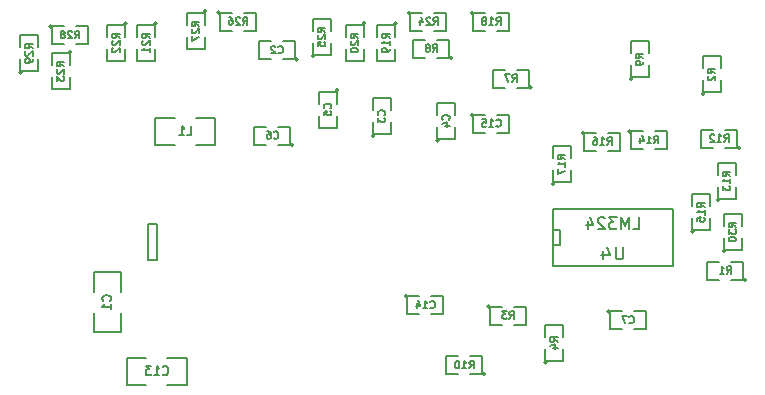
<source format=gbo>
G04 (created by PCBNEW (2013-07-07 BZR 4022)-stable) date 10/09/2014 21:53:45*
%MOIN*%
G04 Gerber Fmt 3.4, Leading zero omitted, Abs format*
%FSLAX34Y34*%
G01*
G70*
G90*
G04 APERTURE LIST*
%ADD10C,0.00393701*%
%ADD11C,0.005*%
%ADD12C,0.008*%
G04 APERTURE END LIST*
G54D10*
G54D11*
X72400Y-42350D02*
G75*
G03X72400Y-42350I-50J0D01*
G74*
G01*
X72800Y-42350D02*
X72400Y-42350D01*
X72400Y-42350D02*
X72400Y-42950D01*
X72400Y-42950D02*
X72800Y-42950D01*
X73200Y-42950D02*
X73600Y-42950D01*
X73600Y-42950D02*
X73600Y-42350D01*
X73600Y-42350D02*
X73200Y-42350D01*
X79550Y-35250D02*
G75*
G03X79550Y-35250I-50J0D01*
G74*
G01*
X79500Y-34800D02*
X79500Y-35200D01*
X79500Y-35200D02*
X80100Y-35200D01*
X80100Y-35200D02*
X80100Y-34800D01*
X80100Y-34400D02*
X80100Y-34000D01*
X80100Y-34000D02*
X79500Y-34000D01*
X79500Y-34000D02*
X79500Y-34400D01*
X80950Y-41450D02*
G75*
G03X80950Y-41450I-50J0D01*
G74*
G01*
X80450Y-41450D02*
X80850Y-41450D01*
X80850Y-41450D02*
X80850Y-40850D01*
X80850Y-40850D02*
X80450Y-40850D01*
X80050Y-40850D02*
X79650Y-40850D01*
X79650Y-40850D02*
X79650Y-41450D01*
X79650Y-41450D02*
X80050Y-41450D01*
X65850Y-36950D02*
G75*
G03X65850Y-36950I-50J0D01*
G74*
G01*
X65350Y-36950D02*
X65750Y-36950D01*
X65750Y-36950D02*
X65750Y-36350D01*
X65750Y-36350D02*
X65350Y-36350D01*
X64950Y-36350D02*
X64550Y-36350D01*
X64550Y-36350D02*
X64550Y-36950D01*
X64550Y-36950D02*
X64950Y-36950D01*
X67350Y-35125D02*
G75*
G03X67350Y-35125I-50J0D01*
G74*
G01*
X67300Y-35575D02*
X67300Y-35175D01*
X67300Y-35175D02*
X66700Y-35175D01*
X66700Y-35175D02*
X66700Y-35575D01*
X66700Y-35975D02*
X66700Y-36375D01*
X66700Y-36375D02*
X67300Y-36375D01*
X67300Y-36375D02*
X67300Y-35975D01*
X70700Y-36800D02*
G75*
G03X70700Y-36800I-50J0D01*
G74*
G01*
X70650Y-36350D02*
X70650Y-36750D01*
X70650Y-36750D02*
X71250Y-36750D01*
X71250Y-36750D02*
X71250Y-36350D01*
X71250Y-35950D02*
X71250Y-35550D01*
X71250Y-35550D02*
X70650Y-35550D01*
X70650Y-35550D02*
X70650Y-35950D01*
X68550Y-36650D02*
G75*
G03X68550Y-36650I-50J0D01*
G74*
G01*
X68500Y-36200D02*
X68500Y-36600D01*
X68500Y-36600D02*
X69100Y-36600D01*
X69100Y-36600D02*
X69100Y-36200D01*
X69100Y-35800D02*
X69100Y-35400D01*
X69100Y-35400D02*
X68500Y-35400D01*
X68500Y-35400D02*
X68500Y-35800D01*
X66000Y-34100D02*
G75*
G03X66000Y-34100I-50J0D01*
G74*
G01*
X65500Y-34100D02*
X65900Y-34100D01*
X65900Y-34100D02*
X65900Y-33500D01*
X65900Y-33500D02*
X65500Y-33500D01*
X65100Y-33500D02*
X64700Y-33500D01*
X64700Y-33500D02*
X64700Y-34100D01*
X64700Y-34100D02*
X65100Y-34100D01*
X63250Y-36050D02*
X63250Y-36950D01*
X63250Y-36950D02*
X62600Y-36950D01*
X61900Y-36050D02*
X61250Y-36050D01*
X61250Y-36050D02*
X61250Y-36950D01*
X61250Y-36950D02*
X61900Y-36950D01*
X62600Y-36050D02*
X63250Y-36050D01*
X60100Y-43200D02*
X59200Y-43200D01*
X59200Y-43200D02*
X59200Y-42550D01*
X60100Y-41850D02*
X60100Y-41200D01*
X60100Y-41200D02*
X59200Y-41200D01*
X59200Y-41200D02*
X59200Y-41850D01*
X60100Y-42550D02*
X60100Y-43200D01*
X76400Y-42500D02*
G75*
G03X76400Y-42500I-50J0D01*
G74*
G01*
X76800Y-42500D02*
X76400Y-42500D01*
X76400Y-42500D02*
X76400Y-43100D01*
X76400Y-43100D02*
X76800Y-43100D01*
X77200Y-43100D02*
X77600Y-43100D01*
X77600Y-43100D02*
X77600Y-42500D01*
X77600Y-42500D02*
X77200Y-42500D01*
G54D12*
X78500Y-41000D02*
X78500Y-39100D01*
X78500Y-39100D02*
X74500Y-39100D01*
X74500Y-39100D02*
X74500Y-41000D01*
X74500Y-41000D02*
X78500Y-41000D01*
X74500Y-40300D02*
X74750Y-40300D01*
X74750Y-40300D02*
X74750Y-39800D01*
X74750Y-39800D02*
X74500Y-39800D01*
G54D11*
X61000Y-39600D02*
X61000Y-40800D01*
X61000Y-40800D02*
X61300Y-40800D01*
X61300Y-40800D02*
X61300Y-39600D01*
X61300Y-39600D02*
X61000Y-39600D01*
X80050Y-38800D02*
G75*
G03X80050Y-38800I-50J0D01*
G74*
G01*
X80000Y-38350D02*
X80000Y-38750D01*
X80000Y-38750D02*
X80600Y-38750D01*
X80600Y-38750D02*
X80600Y-38350D01*
X80600Y-37950D02*
X80600Y-37550D01*
X80600Y-37550D02*
X80000Y-37550D01*
X80000Y-37550D02*
X80000Y-37950D01*
X80750Y-37050D02*
G75*
G03X80750Y-37050I-50J0D01*
G74*
G01*
X80250Y-37050D02*
X80650Y-37050D01*
X80650Y-37050D02*
X80650Y-36450D01*
X80650Y-36450D02*
X80250Y-36450D01*
X79850Y-36450D02*
X79450Y-36450D01*
X79450Y-36450D02*
X79450Y-37050D01*
X79450Y-37050D02*
X79850Y-37050D01*
X72250Y-44600D02*
G75*
G03X72250Y-44600I-50J0D01*
G74*
G01*
X71750Y-44600D02*
X72150Y-44600D01*
X72150Y-44600D02*
X72150Y-44000D01*
X72150Y-44000D02*
X71750Y-44000D01*
X71350Y-44000D02*
X70950Y-44000D01*
X70950Y-44000D02*
X70950Y-44600D01*
X70950Y-44600D02*
X71350Y-44600D01*
X77150Y-34750D02*
G75*
G03X77150Y-34750I-50J0D01*
G74*
G01*
X77100Y-34300D02*
X77100Y-34700D01*
X77100Y-34700D02*
X77700Y-34700D01*
X77700Y-34700D02*
X77700Y-34300D01*
X77700Y-33900D02*
X77700Y-33500D01*
X77700Y-33500D02*
X77100Y-33500D01*
X77100Y-33500D02*
X77100Y-33900D01*
X71150Y-34050D02*
G75*
G03X71150Y-34050I-50J0D01*
G74*
G01*
X70650Y-34050D02*
X71050Y-34050D01*
X71050Y-34050D02*
X71050Y-33450D01*
X71050Y-33450D02*
X70650Y-33450D01*
X70250Y-33450D02*
X69850Y-33450D01*
X69850Y-33450D02*
X69850Y-34050D01*
X69850Y-34050D02*
X70250Y-34050D01*
X73800Y-35050D02*
G75*
G03X73800Y-35050I-50J0D01*
G74*
G01*
X73300Y-35050D02*
X73700Y-35050D01*
X73700Y-35050D02*
X73700Y-34450D01*
X73700Y-34450D02*
X73300Y-34450D01*
X72900Y-34450D02*
X72500Y-34450D01*
X72500Y-34450D02*
X72500Y-35050D01*
X72500Y-35050D02*
X72900Y-35050D01*
X74300Y-44200D02*
G75*
G03X74300Y-44200I-50J0D01*
G74*
G01*
X74250Y-43750D02*
X74250Y-44150D01*
X74250Y-44150D02*
X74850Y-44150D01*
X74850Y-44150D02*
X74850Y-43750D01*
X74850Y-43350D02*
X74850Y-42950D01*
X74850Y-42950D02*
X74250Y-42950D01*
X74250Y-42950D02*
X74250Y-43350D01*
X60300Y-44950D02*
X60300Y-44050D01*
X60300Y-44050D02*
X60950Y-44050D01*
X61650Y-44950D02*
X62300Y-44950D01*
X62300Y-44950D02*
X62300Y-44050D01*
X62300Y-44050D02*
X61650Y-44050D01*
X60950Y-44950D02*
X60300Y-44950D01*
X56800Y-34550D02*
G75*
G03X56800Y-34550I-50J0D01*
G74*
G01*
X56750Y-34100D02*
X56750Y-34500D01*
X56750Y-34500D02*
X57350Y-34500D01*
X57350Y-34500D02*
X57350Y-34100D01*
X57350Y-33700D02*
X57350Y-33300D01*
X57350Y-33300D02*
X56750Y-33300D01*
X56750Y-33300D02*
X56750Y-33700D01*
X57800Y-33000D02*
G75*
G03X57800Y-33000I-50J0D01*
G74*
G01*
X58200Y-33000D02*
X57800Y-33000D01*
X57800Y-33000D02*
X57800Y-33600D01*
X57800Y-33600D02*
X58200Y-33600D01*
X58600Y-33600D02*
X59000Y-33600D01*
X59000Y-33600D02*
X59000Y-33000D01*
X59000Y-33000D02*
X58600Y-33000D01*
X62950Y-32500D02*
G75*
G03X62950Y-32500I-50J0D01*
G74*
G01*
X62900Y-32950D02*
X62900Y-32550D01*
X62900Y-32550D02*
X62300Y-32550D01*
X62300Y-32550D02*
X62300Y-32950D01*
X62300Y-33350D02*
X62300Y-33750D01*
X62300Y-33750D02*
X62900Y-33750D01*
X62900Y-33750D02*
X62900Y-33350D01*
X63400Y-32550D02*
G75*
G03X63400Y-32550I-50J0D01*
G74*
G01*
X63800Y-32550D02*
X63400Y-32550D01*
X63400Y-32550D02*
X63400Y-33150D01*
X63400Y-33150D02*
X63800Y-33150D01*
X64200Y-33150D02*
X64600Y-33150D01*
X64600Y-33150D02*
X64600Y-32550D01*
X64600Y-32550D02*
X64200Y-32550D01*
X66550Y-34000D02*
G75*
G03X66550Y-34000I-50J0D01*
G74*
G01*
X66500Y-33550D02*
X66500Y-33950D01*
X66500Y-33950D02*
X67100Y-33950D01*
X67100Y-33950D02*
X67100Y-33550D01*
X67100Y-33150D02*
X67100Y-32750D01*
X67100Y-32750D02*
X66500Y-32750D01*
X66500Y-32750D02*
X66500Y-33150D01*
X69750Y-32550D02*
G75*
G03X69750Y-32550I-50J0D01*
G74*
G01*
X70150Y-32550D02*
X69750Y-32550D01*
X69750Y-32550D02*
X69750Y-33150D01*
X69750Y-33150D02*
X70150Y-33150D01*
X70550Y-33150D02*
X70950Y-33150D01*
X70950Y-33150D02*
X70950Y-32550D01*
X70950Y-32550D02*
X70550Y-32550D01*
X58450Y-33850D02*
G75*
G03X58450Y-33850I-50J0D01*
G74*
G01*
X58400Y-34300D02*
X58400Y-33900D01*
X58400Y-33900D02*
X57800Y-33900D01*
X57800Y-33900D02*
X57800Y-34300D01*
X57800Y-34700D02*
X57800Y-35100D01*
X57800Y-35100D02*
X58400Y-35100D01*
X58400Y-35100D02*
X58400Y-34700D01*
X60300Y-32900D02*
G75*
G03X60300Y-32900I-50J0D01*
G74*
G01*
X60250Y-33350D02*
X60250Y-32950D01*
X60250Y-32950D02*
X59650Y-32950D01*
X59650Y-32950D02*
X59650Y-33350D01*
X59650Y-33750D02*
X59650Y-34150D01*
X59650Y-34150D02*
X60250Y-34150D01*
X60250Y-34150D02*
X60250Y-33750D01*
X61300Y-32900D02*
G75*
G03X61300Y-32900I-50J0D01*
G74*
G01*
X61250Y-33350D02*
X61250Y-32950D01*
X61250Y-32950D02*
X60650Y-32950D01*
X60650Y-32950D02*
X60650Y-33350D01*
X60650Y-33750D02*
X60650Y-34150D01*
X60650Y-34150D02*
X61250Y-34150D01*
X61250Y-34150D02*
X61250Y-33750D01*
X68250Y-32900D02*
G75*
G03X68250Y-32900I-50J0D01*
G74*
G01*
X68200Y-33350D02*
X68200Y-32950D01*
X68200Y-32950D02*
X67600Y-32950D01*
X67600Y-32950D02*
X67600Y-33350D01*
X67600Y-33750D02*
X67600Y-34150D01*
X67600Y-34150D02*
X68200Y-34150D01*
X68200Y-34150D02*
X68200Y-33750D01*
X69300Y-32900D02*
G75*
G03X69300Y-32900I-50J0D01*
G74*
G01*
X69250Y-33350D02*
X69250Y-32950D01*
X69250Y-32950D02*
X68650Y-32950D01*
X68650Y-32950D02*
X68650Y-33350D01*
X68650Y-33750D02*
X68650Y-34150D01*
X68650Y-34150D02*
X69250Y-34150D01*
X69250Y-34150D02*
X69250Y-33750D01*
X71850Y-32550D02*
G75*
G03X71850Y-32550I-50J0D01*
G74*
G01*
X72250Y-32550D02*
X71850Y-32550D01*
X71850Y-32550D02*
X71850Y-33150D01*
X71850Y-33150D02*
X72250Y-33150D01*
X72650Y-33150D02*
X73050Y-33150D01*
X73050Y-33150D02*
X73050Y-32550D01*
X73050Y-32550D02*
X72650Y-32550D01*
X74550Y-38250D02*
G75*
G03X74550Y-38250I-50J0D01*
G74*
G01*
X74500Y-37800D02*
X74500Y-38200D01*
X74500Y-38200D02*
X75100Y-38200D01*
X75100Y-38200D02*
X75100Y-37800D01*
X75100Y-37400D02*
X75100Y-37000D01*
X75100Y-37000D02*
X74500Y-37000D01*
X74500Y-37000D02*
X74500Y-37400D01*
X75550Y-36550D02*
G75*
G03X75550Y-36550I-50J0D01*
G74*
G01*
X75950Y-36550D02*
X75550Y-36550D01*
X75550Y-36550D02*
X75550Y-37150D01*
X75550Y-37150D02*
X75950Y-37150D01*
X76350Y-37150D02*
X76750Y-37150D01*
X76750Y-37150D02*
X76750Y-36550D01*
X76750Y-36550D02*
X76350Y-36550D01*
X79200Y-39850D02*
G75*
G03X79200Y-39850I-50J0D01*
G74*
G01*
X79150Y-39400D02*
X79150Y-39800D01*
X79150Y-39800D02*
X79750Y-39800D01*
X79750Y-39800D02*
X79750Y-39400D01*
X79750Y-39000D02*
X79750Y-38600D01*
X79750Y-38600D02*
X79150Y-38600D01*
X79150Y-38600D02*
X79150Y-39000D01*
X77100Y-36500D02*
G75*
G03X77100Y-36500I-50J0D01*
G74*
G01*
X77500Y-36500D02*
X77100Y-36500D01*
X77100Y-36500D02*
X77100Y-37100D01*
X77100Y-37100D02*
X77500Y-37100D01*
X77900Y-37100D02*
X78300Y-37100D01*
X78300Y-37100D02*
X78300Y-36500D01*
X78300Y-36500D02*
X77900Y-36500D01*
X71850Y-35950D02*
G75*
G03X71850Y-35950I-50J0D01*
G74*
G01*
X72250Y-35950D02*
X71850Y-35950D01*
X71850Y-35950D02*
X71850Y-36550D01*
X71850Y-36550D02*
X72250Y-36550D01*
X72650Y-36550D02*
X73050Y-36550D01*
X73050Y-36550D02*
X73050Y-35950D01*
X73050Y-35950D02*
X72650Y-35950D01*
X69650Y-42000D02*
G75*
G03X69650Y-42000I-50J0D01*
G74*
G01*
X70050Y-42000D02*
X69650Y-42000D01*
X69650Y-42000D02*
X69650Y-42600D01*
X69650Y-42600D02*
X70050Y-42600D01*
X70450Y-42600D02*
X70850Y-42600D01*
X70850Y-42600D02*
X70850Y-42000D01*
X70850Y-42000D02*
X70450Y-42000D01*
X80250Y-40500D02*
G75*
G03X80250Y-40500I-50J0D01*
G74*
G01*
X80200Y-40050D02*
X80200Y-40450D01*
X80200Y-40450D02*
X80800Y-40450D01*
X80800Y-40450D02*
X80800Y-40050D01*
X80800Y-39650D02*
X80800Y-39250D01*
X80800Y-39250D02*
X80200Y-39250D01*
X80200Y-39250D02*
X80200Y-39650D01*
X73041Y-42751D02*
X73125Y-42632D01*
X73184Y-42751D02*
X73184Y-42501D01*
X73089Y-42501D01*
X73065Y-42513D01*
X73053Y-42525D01*
X73041Y-42548D01*
X73041Y-42584D01*
X73053Y-42608D01*
X73065Y-42620D01*
X73089Y-42632D01*
X73184Y-42632D01*
X72958Y-42501D02*
X72803Y-42501D01*
X72886Y-42596D01*
X72851Y-42596D01*
X72827Y-42608D01*
X72815Y-42620D01*
X72803Y-42644D01*
X72803Y-42703D01*
X72815Y-42727D01*
X72827Y-42739D01*
X72851Y-42751D01*
X72922Y-42751D01*
X72946Y-42739D01*
X72958Y-42727D01*
X79901Y-34558D02*
X79782Y-34475D01*
X79901Y-34415D02*
X79651Y-34415D01*
X79651Y-34510D01*
X79663Y-34534D01*
X79675Y-34546D01*
X79698Y-34558D01*
X79734Y-34558D01*
X79758Y-34546D01*
X79770Y-34534D01*
X79782Y-34510D01*
X79782Y-34415D01*
X79675Y-34653D02*
X79663Y-34665D01*
X79651Y-34689D01*
X79651Y-34748D01*
X79663Y-34772D01*
X79675Y-34784D01*
X79698Y-34796D01*
X79722Y-34796D01*
X79758Y-34784D01*
X79901Y-34641D01*
X79901Y-34796D01*
X80291Y-41251D02*
X80375Y-41132D01*
X80434Y-41251D02*
X80434Y-41001D01*
X80339Y-41001D01*
X80315Y-41013D01*
X80303Y-41025D01*
X80291Y-41048D01*
X80291Y-41084D01*
X80303Y-41108D01*
X80315Y-41120D01*
X80339Y-41132D01*
X80434Y-41132D01*
X80053Y-41251D02*
X80196Y-41251D01*
X80125Y-41251D02*
X80125Y-41001D01*
X80148Y-41036D01*
X80172Y-41060D01*
X80196Y-41072D01*
X65191Y-36727D02*
X65203Y-36739D01*
X65239Y-36751D01*
X65263Y-36751D01*
X65298Y-36739D01*
X65322Y-36715D01*
X65334Y-36691D01*
X65346Y-36644D01*
X65346Y-36608D01*
X65334Y-36560D01*
X65322Y-36536D01*
X65298Y-36513D01*
X65263Y-36501D01*
X65239Y-36501D01*
X65203Y-36513D01*
X65191Y-36525D01*
X64977Y-36501D02*
X65025Y-36501D01*
X65048Y-36513D01*
X65060Y-36525D01*
X65084Y-36560D01*
X65096Y-36608D01*
X65096Y-36703D01*
X65084Y-36727D01*
X65072Y-36739D01*
X65048Y-36751D01*
X65001Y-36751D01*
X64977Y-36739D01*
X64965Y-36727D01*
X64953Y-36703D01*
X64953Y-36644D01*
X64965Y-36620D01*
X64977Y-36608D01*
X65001Y-36596D01*
X65048Y-36596D01*
X65072Y-36608D01*
X65084Y-36620D01*
X65096Y-36644D01*
X67077Y-35733D02*
X67089Y-35721D01*
X67101Y-35685D01*
X67101Y-35661D01*
X67089Y-35626D01*
X67065Y-35602D01*
X67041Y-35590D01*
X66994Y-35578D01*
X66958Y-35578D01*
X66910Y-35590D01*
X66886Y-35602D01*
X66863Y-35626D01*
X66851Y-35661D01*
X66851Y-35685D01*
X66863Y-35721D01*
X66875Y-35733D01*
X66851Y-35959D02*
X66851Y-35840D01*
X66970Y-35828D01*
X66958Y-35840D01*
X66946Y-35864D01*
X66946Y-35923D01*
X66958Y-35947D01*
X66970Y-35959D01*
X66994Y-35971D01*
X67053Y-35971D01*
X67077Y-35959D01*
X67089Y-35947D01*
X67101Y-35923D01*
X67101Y-35864D01*
X67089Y-35840D01*
X67077Y-35828D01*
X71027Y-36108D02*
X71039Y-36096D01*
X71051Y-36060D01*
X71051Y-36036D01*
X71039Y-36001D01*
X71015Y-35977D01*
X70991Y-35965D01*
X70944Y-35953D01*
X70908Y-35953D01*
X70860Y-35965D01*
X70836Y-35977D01*
X70813Y-36001D01*
X70801Y-36036D01*
X70801Y-36060D01*
X70813Y-36096D01*
X70825Y-36108D01*
X70884Y-36322D02*
X71051Y-36322D01*
X70789Y-36263D02*
X70967Y-36203D01*
X70967Y-36358D01*
X68877Y-35958D02*
X68889Y-35946D01*
X68901Y-35910D01*
X68901Y-35886D01*
X68889Y-35851D01*
X68865Y-35827D01*
X68841Y-35815D01*
X68794Y-35803D01*
X68758Y-35803D01*
X68710Y-35815D01*
X68686Y-35827D01*
X68663Y-35851D01*
X68651Y-35886D01*
X68651Y-35910D01*
X68663Y-35946D01*
X68675Y-35958D01*
X68651Y-36041D02*
X68651Y-36196D01*
X68746Y-36113D01*
X68746Y-36148D01*
X68758Y-36172D01*
X68770Y-36184D01*
X68794Y-36196D01*
X68853Y-36196D01*
X68877Y-36184D01*
X68889Y-36172D01*
X68901Y-36148D01*
X68901Y-36077D01*
X68889Y-36053D01*
X68877Y-36041D01*
X65341Y-33877D02*
X65353Y-33889D01*
X65389Y-33901D01*
X65413Y-33901D01*
X65448Y-33889D01*
X65472Y-33865D01*
X65484Y-33841D01*
X65496Y-33794D01*
X65496Y-33758D01*
X65484Y-33710D01*
X65472Y-33686D01*
X65448Y-33663D01*
X65413Y-33651D01*
X65389Y-33651D01*
X65353Y-33663D01*
X65341Y-33675D01*
X65246Y-33675D02*
X65234Y-33663D01*
X65210Y-33651D01*
X65151Y-33651D01*
X65127Y-33663D01*
X65115Y-33675D01*
X65103Y-33698D01*
X65103Y-33722D01*
X65115Y-33758D01*
X65258Y-33901D01*
X65103Y-33901D01*
X62299Y-36621D02*
X62442Y-36621D01*
X62442Y-36321D01*
X62042Y-36621D02*
X62214Y-36621D01*
X62128Y-36621D02*
X62128Y-36321D01*
X62157Y-36364D01*
X62185Y-36392D01*
X62214Y-36407D01*
X59742Y-42150D02*
X59757Y-42135D01*
X59771Y-42092D01*
X59771Y-42064D01*
X59757Y-42021D01*
X59728Y-41992D01*
X59700Y-41978D01*
X59642Y-41964D01*
X59600Y-41964D01*
X59542Y-41978D01*
X59514Y-41992D01*
X59485Y-42021D01*
X59471Y-42064D01*
X59471Y-42092D01*
X59485Y-42135D01*
X59500Y-42150D01*
X59771Y-42435D02*
X59771Y-42264D01*
X59771Y-42350D02*
X59471Y-42350D01*
X59514Y-42321D01*
X59542Y-42292D01*
X59557Y-42264D01*
X77041Y-42877D02*
X77053Y-42889D01*
X77089Y-42901D01*
X77113Y-42901D01*
X77148Y-42889D01*
X77172Y-42865D01*
X77184Y-42841D01*
X77196Y-42794D01*
X77196Y-42758D01*
X77184Y-42710D01*
X77172Y-42686D01*
X77148Y-42663D01*
X77113Y-42651D01*
X77089Y-42651D01*
X77053Y-42663D01*
X77041Y-42675D01*
X76958Y-42651D02*
X76791Y-42651D01*
X76898Y-42901D01*
X76842Y-40361D02*
X76842Y-40685D01*
X76821Y-40723D01*
X76800Y-40742D01*
X76757Y-40761D01*
X76671Y-40761D01*
X76628Y-40742D01*
X76607Y-40723D01*
X76585Y-40685D01*
X76585Y-40361D01*
X76178Y-40495D02*
X76178Y-40761D01*
X76285Y-40342D02*
X76392Y-40628D01*
X76114Y-40628D01*
X77176Y-39761D02*
X77366Y-39761D01*
X77366Y-39361D01*
X77042Y-39761D02*
X77042Y-39361D01*
X76909Y-39647D01*
X76776Y-39361D01*
X76776Y-39761D01*
X76623Y-39361D02*
X76376Y-39361D01*
X76509Y-39514D01*
X76452Y-39514D01*
X76414Y-39533D01*
X76395Y-39552D01*
X76376Y-39590D01*
X76376Y-39685D01*
X76395Y-39723D01*
X76414Y-39742D01*
X76452Y-39761D01*
X76566Y-39761D01*
X76604Y-39742D01*
X76623Y-39723D01*
X76223Y-39400D02*
X76204Y-39380D01*
X76166Y-39361D01*
X76071Y-39361D01*
X76033Y-39380D01*
X76014Y-39400D01*
X75995Y-39438D01*
X75995Y-39476D01*
X76014Y-39533D01*
X76242Y-39761D01*
X75995Y-39761D01*
X75652Y-39495D02*
X75652Y-39761D01*
X75747Y-39342D02*
X75842Y-39628D01*
X75595Y-39628D01*
X80401Y-37989D02*
X80282Y-37905D01*
X80401Y-37846D02*
X80151Y-37846D01*
X80151Y-37941D01*
X80163Y-37965D01*
X80175Y-37977D01*
X80198Y-37989D01*
X80234Y-37989D01*
X80258Y-37977D01*
X80270Y-37965D01*
X80282Y-37941D01*
X80282Y-37846D01*
X80401Y-38227D02*
X80401Y-38084D01*
X80401Y-38155D02*
X80151Y-38155D01*
X80186Y-38132D01*
X80210Y-38108D01*
X80222Y-38084D01*
X80151Y-38310D02*
X80151Y-38465D01*
X80246Y-38382D01*
X80246Y-38417D01*
X80258Y-38441D01*
X80270Y-38453D01*
X80294Y-38465D01*
X80353Y-38465D01*
X80377Y-38453D01*
X80389Y-38441D01*
X80401Y-38417D01*
X80401Y-38346D01*
X80389Y-38322D01*
X80377Y-38310D01*
X80210Y-36851D02*
X80294Y-36732D01*
X80353Y-36851D02*
X80353Y-36601D01*
X80258Y-36601D01*
X80234Y-36613D01*
X80222Y-36625D01*
X80210Y-36648D01*
X80210Y-36684D01*
X80222Y-36708D01*
X80234Y-36720D01*
X80258Y-36732D01*
X80353Y-36732D01*
X79972Y-36851D02*
X80115Y-36851D01*
X80044Y-36851D02*
X80044Y-36601D01*
X80067Y-36636D01*
X80091Y-36660D01*
X80115Y-36672D01*
X79877Y-36625D02*
X79865Y-36613D01*
X79841Y-36601D01*
X79782Y-36601D01*
X79758Y-36613D01*
X79746Y-36625D01*
X79734Y-36648D01*
X79734Y-36672D01*
X79746Y-36708D01*
X79889Y-36851D01*
X79734Y-36851D01*
X71710Y-44401D02*
X71794Y-44282D01*
X71853Y-44401D02*
X71853Y-44151D01*
X71758Y-44151D01*
X71734Y-44163D01*
X71722Y-44175D01*
X71710Y-44198D01*
X71710Y-44234D01*
X71722Y-44258D01*
X71734Y-44270D01*
X71758Y-44282D01*
X71853Y-44282D01*
X71472Y-44401D02*
X71615Y-44401D01*
X71544Y-44401D02*
X71544Y-44151D01*
X71567Y-44186D01*
X71591Y-44210D01*
X71615Y-44222D01*
X71317Y-44151D02*
X71294Y-44151D01*
X71270Y-44163D01*
X71258Y-44175D01*
X71246Y-44198D01*
X71234Y-44246D01*
X71234Y-44305D01*
X71246Y-44353D01*
X71258Y-44377D01*
X71270Y-44389D01*
X71294Y-44401D01*
X71317Y-44401D01*
X71341Y-44389D01*
X71353Y-44377D01*
X71365Y-44353D01*
X71377Y-44305D01*
X71377Y-44246D01*
X71365Y-44198D01*
X71353Y-44175D01*
X71341Y-44163D01*
X71317Y-44151D01*
X77501Y-34058D02*
X77382Y-33975D01*
X77501Y-33915D02*
X77251Y-33915D01*
X77251Y-34010D01*
X77263Y-34034D01*
X77275Y-34046D01*
X77298Y-34058D01*
X77334Y-34058D01*
X77358Y-34046D01*
X77370Y-34034D01*
X77382Y-34010D01*
X77382Y-33915D01*
X77501Y-34177D02*
X77501Y-34225D01*
X77489Y-34248D01*
X77477Y-34260D01*
X77441Y-34284D01*
X77394Y-34296D01*
X77298Y-34296D01*
X77275Y-34284D01*
X77263Y-34272D01*
X77251Y-34248D01*
X77251Y-34201D01*
X77263Y-34177D01*
X77275Y-34165D01*
X77298Y-34153D01*
X77358Y-34153D01*
X77382Y-34165D01*
X77394Y-34177D01*
X77405Y-34201D01*
X77405Y-34248D01*
X77394Y-34272D01*
X77382Y-34284D01*
X77358Y-34296D01*
X70491Y-33851D02*
X70575Y-33732D01*
X70634Y-33851D02*
X70634Y-33601D01*
X70539Y-33601D01*
X70515Y-33613D01*
X70503Y-33625D01*
X70491Y-33648D01*
X70491Y-33684D01*
X70503Y-33708D01*
X70515Y-33720D01*
X70539Y-33732D01*
X70634Y-33732D01*
X70348Y-33708D02*
X70372Y-33696D01*
X70384Y-33684D01*
X70396Y-33660D01*
X70396Y-33648D01*
X70384Y-33625D01*
X70372Y-33613D01*
X70348Y-33601D01*
X70301Y-33601D01*
X70277Y-33613D01*
X70265Y-33625D01*
X70253Y-33648D01*
X70253Y-33660D01*
X70265Y-33684D01*
X70277Y-33696D01*
X70301Y-33708D01*
X70348Y-33708D01*
X70372Y-33720D01*
X70384Y-33732D01*
X70396Y-33755D01*
X70396Y-33803D01*
X70384Y-33827D01*
X70372Y-33839D01*
X70348Y-33851D01*
X70301Y-33851D01*
X70277Y-33839D01*
X70265Y-33827D01*
X70253Y-33803D01*
X70253Y-33755D01*
X70265Y-33732D01*
X70277Y-33720D01*
X70301Y-33708D01*
X73141Y-34851D02*
X73225Y-34732D01*
X73284Y-34851D02*
X73284Y-34601D01*
X73189Y-34601D01*
X73165Y-34613D01*
X73153Y-34625D01*
X73141Y-34648D01*
X73141Y-34684D01*
X73153Y-34708D01*
X73165Y-34720D01*
X73189Y-34732D01*
X73284Y-34732D01*
X73058Y-34601D02*
X72891Y-34601D01*
X72998Y-34851D01*
X74651Y-43508D02*
X74532Y-43425D01*
X74651Y-43365D02*
X74401Y-43365D01*
X74401Y-43460D01*
X74413Y-43484D01*
X74425Y-43496D01*
X74448Y-43508D01*
X74484Y-43508D01*
X74508Y-43496D01*
X74520Y-43484D01*
X74532Y-43460D01*
X74532Y-43365D01*
X74484Y-43722D02*
X74651Y-43722D01*
X74389Y-43663D02*
X74567Y-43603D01*
X74567Y-43758D01*
X61492Y-44592D02*
X61507Y-44607D01*
X61550Y-44621D01*
X61578Y-44621D01*
X61621Y-44607D01*
X61650Y-44578D01*
X61664Y-44550D01*
X61678Y-44492D01*
X61678Y-44450D01*
X61664Y-44392D01*
X61650Y-44364D01*
X61621Y-44335D01*
X61578Y-44321D01*
X61550Y-44321D01*
X61507Y-44335D01*
X61492Y-44350D01*
X61207Y-44621D02*
X61378Y-44621D01*
X61292Y-44621D02*
X61292Y-44321D01*
X61321Y-44364D01*
X61350Y-44392D01*
X61378Y-44407D01*
X61107Y-44321D02*
X60921Y-44321D01*
X61021Y-44435D01*
X60978Y-44435D01*
X60950Y-44450D01*
X60935Y-44464D01*
X60921Y-44492D01*
X60921Y-44564D01*
X60935Y-44592D01*
X60950Y-44607D01*
X60978Y-44621D01*
X61064Y-44621D01*
X61092Y-44607D01*
X61107Y-44592D01*
X57151Y-33739D02*
X57032Y-33655D01*
X57151Y-33596D02*
X56901Y-33596D01*
X56901Y-33691D01*
X56913Y-33715D01*
X56925Y-33727D01*
X56948Y-33739D01*
X56984Y-33739D01*
X57008Y-33727D01*
X57020Y-33715D01*
X57032Y-33691D01*
X57032Y-33596D01*
X56925Y-33834D02*
X56913Y-33846D01*
X56901Y-33870D01*
X56901Y-33929D01*
X56913Y-33953D01*
X56925Y-33965D01*
X56948Y-33977D01*
X56972Y-33977D01*
X57008Y-33965D01*
X57151Y-33822D01*
X57151Y-33977D01*
X57151Y-34096D02*
X57151Y-34144D01*
X57139Y-34167D01*
X57127Y-34179D01*
X57091Y-34203D01*
X57044Y-34215D01*
X56948Y-34215D01*
X56925Y-34203D01*
X56913Y-34191D01*
X56901Y-34167D01*
X56901Y-34120D01*
X56913Y-34096D01*
X56925Y-34084D01*
X56948Y-34072D01*
X57008Y-34072D01*
X57032Y-34084D01*
X57044Y-34096D01*
X57055Y-34120D01*
X57055Y-34167D01*
X57044Y-34191D01*
X57032Y-34203D01*
X57008Y-34215D01*
X58560Y-33401D02*
X58644Y-33282D01*
X58703Y-33401D02*
X58703Y-33151D01*
X58608Y-33151D01*
X58584Y-33163D01*
X58572Y-33175D01*
X58560Y-33198D01*
X58560Y-33234D01*
X58572Y-33258D01*
X58584Y-33270D01*
X58608Y-33282D01*
X58703Y-33282D01*
X58465Y-33175D02*
X58453Y-33163D01*
X58429Y-33151D01*
X58370Y-33151D01*
X58346Y-33163D01*
X58334Y-33175D01*
X58322Y-33198D01*
X58322Y-33222D01*
X58334Y-33258D01*
X58477Y-33401D01*
X58322Y-33401D01*
X58179Y-33258D02*
X58203Y-33246D01*
X58215Y-33234D01*
X58227Y-33210D01*
X58227Y-33198D01*
X58215Y-33175D01*
X58203Y-33163D01*
X58179Y-33151D01*
X58132Y-33151D01*
X58108Y-33163D01*
X58096Y-33175D01*
X58084Y-33198D01*
X58084Y-33210D01*
X58096Y-33234D01*
X58108Y-33246D01*
X58132Y-33258D01*
X58179Y-33258D01*
X58203Y-33270D01*
X58215Y-33282D01*
X58227Y-33305D01*
X58227Y-33353D01*
X58215Y-33377D01*
X58203Y-33389D01*
X58179Y-33401D01*
X58132Y-33401D01*
X58108Y-33389D01*
X58096Y-33377D01*
X58084Y-33353D01*
X58084Y-33305D01*
X58096Y-33282D01*
X58108Y-33270D01*
X58132Y-33258D01*
X62701Y-32989D02*
X62582Y-32905D01*
X62701Y-32846D02*
X62451Y-32846D01*
X62451Y-32941D01*
X62463Y-32965D01*
X62475Y-32977D01*
X62498Y-32989D01*
X62534Y-32989D01*
X62558Y-32977D01*
X62570Y-32965D01*
X62582Y-32941D01*
X62582Y-32846D01*
X62475Y-33084D02*
X62463Y-33096D01*
X62451Y-33120D01*
X62451Y-33179D01*
X62463Y-33203D01*
X62475Y-33215D01*
X62498Y-33227D01*
X62522Y-33227D01*
X62558Y-33215D01*
X62701Y-33072D01*
X62701Y-33227D01*
X62451Y-33310D02*
X62451Y-33477D01*
X62701Y-33370D01*
X64160Y-32951D02*
X64244Y-32832D01*
X64303Y-32951D02*
X64303Y-32701D01*
X64208Y-32701D01*
X64184Y-32713D01*
X64172Y-32725D01*
X64160Y-32748D01*
X64160Y-32784D01*
X64172Y-32808D01*
X64184Y-32820D01*
X64208Y-32832D01*
X64303Y-32832D01*
X64065Y-32725D02*
X64053Y-32713D01*
X64029Y-32701D01*
X63970Y-32701D01*
X63946Y-32713D01*
X63934Y-32725D01*
X63922Y-32748D01*
X63922Y-32772D01*
X63934Y-32808D01*
X64077Y-32951D01*
X63922Y-32951D01*
X63708Y-32701D02*
X63755Y-32701D01*
X63779Y-32713D01*
X63791Y-32725D01*
X63815Y-32760D01*
X63827Y-32808D01*
X63827Y-32903D01*
X63815Y-32927D01*
X63803Y-32939D01*
X63779Y-32951D01*
X63732Y-32951D01*
X63708Y-32939D01*
X63696Y-32927D01*
X63684Y-32903D01*
X63684Y-32844D01*
X63696Y-32820D01*
X63708Y-32808D01*
X63732Y-32796D01*
X63779Y-32796D01*
X63803Y-32808D01*
X63815Y-32820D01*
X63827Y-32844D01*
X66901Y-33189D02*
X66782Y-33105D01*
X66901Y-33046D02*
X66651Y-33046D01*
X66651Y-33141D01*
X66663Y-33165D01*
X66675Y-33177D01*
X66698Y-33189D01*
X66734Y-33189D01*
X66758Y-33177D01*
X66770Y-33165D01*
X66782Y-33141D01*
X66782Y-33046D01*
X66675Y-33284D02*
X66663Y-33296D01*
X66651Y-33320D01*
X66651Y-33379D01*
X66663Y-33403D01*
X66675Y-33415D01*
X66698Y-33427D01*
X66722Y-33427D01*
X66758Y-33415D01*
X66901Y-33272D01*
X66901Y-33427D01*
X66651Y-33653D02*
X66651Y-33534D01*
X66770Y-33522D01*
X66758Y-33534D01*
X66746Y-33558D01*
X66746Y-33617D01*
X66758Y-33641D01*
X66770Y-33653D01*
X66794Y-33665D01*
X66853Y-33665D01*
X66877Y-33653D01*
X66889Y-33641D01*
X66901Y-33617D01*
X66901Y-33558D01*
X66889Y-33534D01*
X66877Y-33522D01*
X70510Y-32951D02*
X70594Y-32832D01*
X70653Y-32951D02*
X70653Y-32701D01*
X70558Y-32701D01*
X70534Y-32713D01*
X70522Y-32725D01*
X70510Y-32748D01*
X70510Y-32784D01*
X70522Y-32808D01*
X70534Y-32820D01*
X70558Y-32832D01*
X70653Y-32832D01*
X70415Y-32725D02*
X70403Y-32713D01*
X70379Y-32701D01*
X70320Y-32701D01*
X70296Y-32713D01*
X70284Y-32725D01*
X70272Y-32748D01*
X70272Y-32772D01*
X70284Y-32808D01*
X70427Y-32951D01*
X70272Y-32951D01*
X70058Y-32784D02*
X70058Y-32951D01*
X70117Y-32689D02*
X70177Y-32867D01*
X70022Y-32867D01*
X58201Y-34339D02*
X58082Y-34255D01*
X58201Y-34196D02*
X57951Y-34196D01*
X57951Y-34291D01*
X57963Y-34315D01*
X57975Y-34327D01*
X57998Y-34339D01*
X58034Y-34339D01*
X58058Y-34327D01*
X58070Y-34315D01*
X58082Y-34291D01*
X58082Y-34196D01*
X57975Y-34434D02*
X57963Y-34446D01*
X57951Y-34470D01*
X57951Y-34529D01*
X57963Y-34553D01*
X57975Y-34565D01*
X57998Y-34577D01*
X58022Y-34577D01*
X58058Y-34565D01*
X58201Y-34422D01*
X58201Y-34577D01*
X57951Y-34660D02*
X57951Y-34815D01*
X58046Y-34732D01*
X58046Y-34767D01*
X58058Y-34791D01*
X58070Y-34803D01*
X58094Y-34815D01*
X58153Y-34815D01*
X58177Y-34803D01*
X58189Y-34791D01*
X58201Y-34767D01*
X58201Y-34696D01*
X58189Y-34672D01*
X58177Y-34660D01*
X60051Y-33389D02*
X59932Y-33305D01*
X60051Y-33246D02*
X59801Y-33246D01*
X59801Y-33341D01*
X59813Y-33365D01*
X59825Y-33377D01*
X59848Y-33389D01*
X59884Y-33389D01*
X59908Y-33377D01*
X59920Y-33365D01*
X59932Y-33341D01*
X59932Y-33246D01*
X59825Y-33484D02*
X59813Y-33496D01*
X59801Y-33520D01*
X59801Y-33579D01*
X59813Y-33603D01*
X59825Y-33615D01*
X59848Y-33627D01*
X59872Y-33627D01*
X59908Y-33615D01*
X60051Y-33472D01*
X60051Y-33627D01*
X59825Y-33722D02*
X59813Y-33734D01*
X59801Y-33758D01*
X59801Y-33817D01*
X59813Y-33841D01*
X59825Y-33853D01*
X59848Y-33865D01*
X59872Y-33865D01*
X59908Y-33853D01*
X60051Y-33710D01*
X60051Y-33865D01*
X61051Y-33389D02*
X60932Y-33305D01*
X61051Y-33246D02*
X60801Y-33246D01*
X60801Y-33341D01*
X60813Y-33365D01*
X60825Y-33377D01*
X60848Y-33389D01*
X60884Y-33389D01*
X60908Y-33377D01*
X60920Y-33365D01*
X60932Y-33341D01*
X60932Y-33246D01*
X60825Y-33484D02*
X60813Y-33496D01*
X60801Y-33520D01*
X60801Y-33579D01*
X60813Y-33603D01*
X60825Y-33615D01*
X60848Y-33627D01*
X60872Y-33627D01*
X60908Y-33615D01*
X61051Y-33472D01*
X61051Y-33627D01*
X61051Y-33865D02*
X61051Y-33722D01*
X61051Y-33794D02*
X60801Y-33794D01*
X60836Y-33770D01*
X60860Y-33746D01*
X60872Y-33722D01*
X68001Y-33389D02*
X67882Y-33305D01*
X68001Y-33246D02*
X67751Y-33246D01*
X67751Y-33341D01*
X67763Y-33365D01*
X67775Y-33377D01*
X67798Y-33389D01*
X67834Y-33389D01*
X67858Y-33377D01*
X67870Y-33365D01*
X67882Y-33341D01*
X67882Y-33246D01*
X67775Y-33484D02*
X67763Y-33496D01*
X67751Y-33520D01*
X67751Y-33579D01*
X67763Y-33603D01*
X67775Y-33615D01*
X67798Y-33627D01*
X67822Y-33627D01*
X67858Y-33615D01*
X68001Y-33472D01*
X68001Y-33627D01*
X67751Y-33782D02*
X67751Y-33805D01*
X67763Y-33829D01*
X67775Y-33841D01*
X67798Y-33853D01*
X67846Y-33865D01*
X67905Y-33865D01*
X67953Y-33853D01*
X67977Y-33841D01*
X67989Y-33829D01*
X68001Y-33805D01*
X68001Y-33782D01*
X67989Y-33758D01*
X67977Y-33746D01*
X67953Y-33734D01*
X67905Y-33722D01*
X67846Y-33722D01*
X67798Y-33734D01*
X67775Y-33746D01*
X67763Y-33758D01*
X67751Y-33782D01*
X69051Y-33389D02*
X68932Y-33305D01*
X69051Y-33246D02*
X68801Y-33246D01*
X68801Y-33341D01*
X68813Y-33365D01*
X68825Y-33377D01*
X68848Y-33389D01*
X68884Y-33389D01*
X68908Y-33377D01*
X68920Y-33365D01*
X68932Y-33341D01*
X68932Y-33246D01*
X69051Y-33627D02*
X69051Y-33484D01*
X69051Y-33555D02*
X68801Y-33555D01*
X68836Y-33532D01*
X68860Y-33508D01*
X68872Y-33484D01*
X69051Y-33746D02*
X69051Y-33794D01*
X69039Y-33817D01*
X69027Y-33829D01*
X68991Y-33853D01*
X68944Y-33865D01*
X68848Y-33865D01*
X68825Y-33853D01*
X68813Y-33841D01*
X68801Y-33817D01*
X68801Y-33770D01*
X68813Y-33746D01*
X68825Y-33734D01*
X68848Y-33722D01*
X68908Y-33722D01*
X68932Y-33734D01*
X68944Y-33746D01*
X68955Y-33770D01*
X68955Y-33817D01*
X68944Y-33841D01*
X68932Y-33853D01*
X68908Y-33865D01*
X72610Y-32951D02*
X72694Y-32832D01*
X72753Y-32951D02*
X72753Y-32701D01*
X72658Y-32701D01*
X72634Y-32713D01*
X72622Y-32725D01*
X72610Y-32748D01*
X72610Y-32784D01*
X72622Y-32808D01*
X72634Y-32820D01*
X72658Y-32832D01*
X72753Y-32832D01*
X72372Y-32951D02*
X72515Y-32951D01*
X72444Y-32951D02*
X72444Y-32701D01*
X72467Y-32736D01*
X72491Y-32760D01*
X72515Y-32772D01*
X72229Y-32808D02*
X72253Y-32796D01*
X72265Y-32784D01*
X72277Y-32760D01*
X72277Y-32748D01*
X72265Y-32725D01*
X72253Y-32713D01*
X72229Y-32701D01*
X72182Y-32701D01*
X72158Y-32713D01*
X72146Y-32725D01*
X72134Y-32748D01*
X72134Y-32760D01*
X72146Y-32784D01*
X72158Y-32796D01*
X72182Y-32808D01*
X72229Y-32808D01*
X72253Y-32820D01*
X72265Y-32832D01*
X72277Y-32855D01*
X72277Y-32903D01*
X72265Y-32927D01*
X72253Y-32939D01*
X72229Y-32951D01*
X72182Y-32951D01*
X72158Y-32939D01*
X72146Y-32927D01*
X72134Y-32903D01*
X72134Y-32855D01*
X72146Y-32832D01*
X72158Y-32820D01*
X72182Y-32808D01*
X74901Y-37439D02*
X74782Y-37355D01*
X74901Y-37296D02*
X74651Y-37296D01*
X74651Y-37391D01*
X74663Y-37415D01*
X74675Y-37427D01*
X74698Y-37439D01*
X74734Y-37439D01*
X74758Y-37427D01*
X74770Y-37415D01*
X74782Y-37391D01*
X74782Y-37296D01*
X74901Y-37677D02*
X74901Y-37534D01*
X74901Y-37605D02*
X74651Y-37605D01*
X74686Y-37582D01*
X74710Y-37558D01*
X74722Y-37534D01*
X74651Y-37760D02*
X74651Y-37927D01*
X74901Y-37820D01*
X76310Y-36951D02*
X76394Y-36832D01*
X76453Y-36951D02*
X76453Y-36701D01*
X76358Y-36701D01*
X76334Y-36713D01*
X76322Y-36725D01*
X76310Y-36748D01*
X76310Y-36784D01*
X76322Y-36808D01*
X76334Y-36820D01*
X76358Y-36832D01*
X76453Y-36832D01*
X76072Y-36951D02*
X76215Y-36951D01*
X76144Y-36951D02*
X76144Y-36701D01*
X76167Y-36736D01*
X76191Y-36760D01*
X76215Y-36772D01*
X75858Y-36701D02*
X75905Y-36701D01*
X75929Y-36713D01*
X75941Y-36725D01*
X75965Y-36760D01*
X75977Y-36808D01*
X75977Y-36903D01*
X75965Y-36927D01*
X75953Y-36939D01*
X75929Y-36951D01*
X75882Y-36951D01*
X75858Y-36939D01*
X75846Y-36927D01*
X75834Y-36903D01*
X75834Y-36844D01*
X75846Y-36820D01*
X75858Y-36808D01*
X75882Y-36796D01*
X75929Y-36796D01*
X75953Y-36808D01*
X75965Y-36820D01*
X75977Y-36844D01*
X79551Y-39039D02*
X79432Y-38955D01*
X79551Y-38896D02*
X79301Y-38896D01*
X79301Y-38991D01*
X79313Y-39015D01*
X79325Y-39027D01*
X79348Y-39039D01*
X79384Y-39039D01*
X79408Y-39027D01*
X79420Y-39015D01*
X79432Y-38991D01*
X79432Y-38896D01*
X79551Y-39277D02*
X79551Y-39134D01*
X79551Y-39205D02*
X79301Y-39205D01*
X79336Y-39182D01*
X79360Y-39158D01*
X79372Y-39134D01*
X79301Y-39503D02*
X79301Y-39384D01*
X79420Y-39372D01*
X79408Y-39384D01*
X79396Y-39408D01*
X79396Y-39467D01*
X79408Y-39491D01*
X79420Y-39503D01*
X79444Y-39515D01*
X79503Y-39515D01*
X79527Y-39503D01*
X79539Y-39491D01*
X79551Y-39467D01*
X79551Y-39408D01*
X79539Y-39384D01*
X79527Y-39372D01*
X77860Y-36901D02*
X77944Y-36782D01*
X78003Y-36901D02*
X78003Y-36651D01*
X77908Y-36651D01*
X77884Y-36663D01*
X77872Y-36675D01*
X77860Y-36698D01*
X77860Y-36734D01*
X77872Y-36758D01*
X77884Y-36770D01*
X77908Y-36782D01*
X78003Y-36782D01*
X77622Y-36901D02*
X77765Y-36901D01*
X77694Y-36901D02*
X77694Y-36651D01*
X77717Y-36686D01*
X77741Y-36710D01*
X77765Y-36722D01*
X77408Y-36734D02*
X77408Y-36901D01*
X77467Y-36639D02*
X77527Y-36817D01*
X77372Y-36817D01*
X72610Y-36327D02*
X72622Y-36339D01*
X72658Y-36351D01*
X72682Y-36351D01*
X72717Y-36339D01*
X72741Y-36315D01*
X72753Y-36291D01*
X72765Y-36244D01*
X72765Y-36208D01*
X72753Y-36160D01*
X72741Y-36136D01*
X72717Y-36113D01*
X72682Y-36101D01*
X72658Y-36101D01*
X72622Y-36113D01*
X72610Y-36125D01*
X72372Y-36351D02*
X72515Y-36351D01*
X72444Y-36351D02*
X72444Y-36101D01*
X72467Y-36136D01*
X72491Y-36160D01*
X72515Y-36172D01*
X72146Y-36101D02*
X72265Y-36101D01*
X72277Y-36220D01*
X72265Y-36208D01*
X72241Y-36196D01*
X72182Y-36196D01*
X72158Y-36208D01*
X72146Y-36220D01*
X72134Y-36244D01*
X72134Y-36303D01*
X72146Y-36327D01*
X72158Y-36339D01*
X72182Y-36351D01*
X72241Y-36351D01*
X72265Y-36339D01*
X72277Y-36327D01*
X70410Y-42377D02*
X70422Y-42389D01*
X70458Y-42401D01*
X70482Y-42401D01*
X70517Y-42389D01*
X70541Y-42365D01*
X70553Y-42341D01*
X70565Y-42294D01*
X70565Y-42258D01*
X70553Y-42210D01*
X70541Y-42186D01*
X70517Y-42163D01*
X70482Y-42151D01*
X70458Y-42151D01*
X70422Y-42163D01*
X70410Y-42175D01*
X70172Y-42401D02*
X70315Y-42401D01*
X70244Y-42401D02*
X70244Y-42151D01*
X70267Y-42186D01*
X70291Y-42210D01*
X70315Y-42222D01*
X69958Y-42234D02*
X69958Y-42401D01*
X70017Y-42139D02*
X70077Y-42317D01*
X69922Y-42317D01*
X80601Y-39689D02*
X80482Y-39605D01*
X80601Y-39546D02*
X80351Y-39546D01*
X80351Y-39641D01*
X80363Y-39665D01*
X80375Y-39677D01*
X80398Y-39689D01*
X80434Y-39689D01*
X80458Y-39677D01*
X80470Y-39665D01*
X80482Y-39641D01*
X80482Y-39546D01*
X80351Y-39772D02*
X80351Y-39927D01*
X80446Y-39844D01*
X80446Y-39879D01*
X80458Y-39903D01*
X80470Y-39915D01*
X80494Y-39927D01*
X80553Y-39927D01*
X80577Y-39915D01*
X80589Y-39903D01*
X80601Y-39879D01*
X80601Y-39808D01*
X80589Y-39784D01*
X80577Y-39772D01*
X80351Y-40082D02*
X80351Y-40105D01*
X80363Y-40129D01*
X80375Y-40141D01*
X80398Y-40153D01*
X80446Y-40165D01*
X80505Y-40165D01*
X80553Y-40153D01*
X80577Y-40141D01*
X80589Y-40129D01*
X80601Y-40105D01*
X80601Y-40082D01*
X80589Y-40058D01*
X80577Y-40046D01*
X80553Y-40034D01*
X80505Y-40022D01*
X80446Y-40022D01*
X80398Y-40034D01*
X80375Y-40046D01*
X80363Y-40058D01*
X80351Y-40082D01*
M02*

</source>
